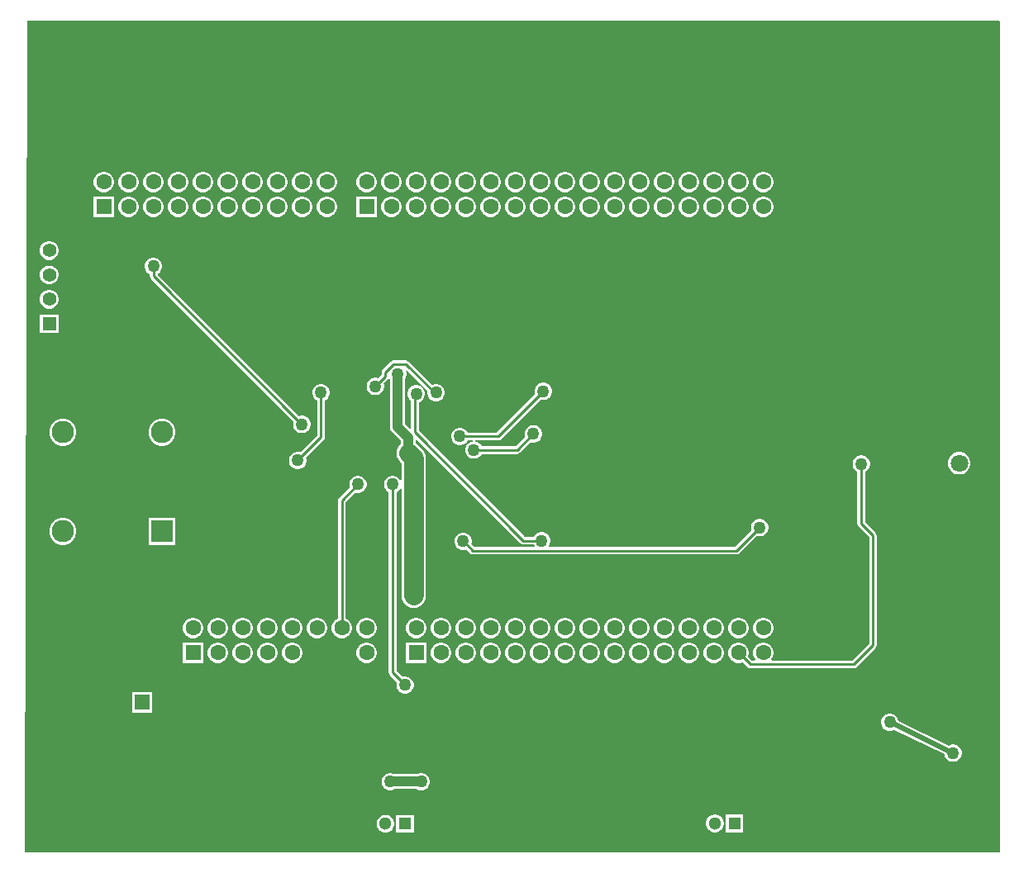
<source format=gbl>
G04*
G04 #@! TF.GenerationSoftware,Altium Limited,Altium Designer,25.1.2 (22)*
G04*
G04 Layer_Physical_Order=2*
G04 Layer_Color=16711680*
%FSLAX25Y25*%
%MOIN*%
G70*
G04*
G04 #@! TF.SameCoordinates,A459EDE3-80A4-426C-A58C-906856A2545A*
G04*
G04*
G04 #@! TF.FilePolarity,Positive*
G04*
G01*
G75*
%ADD14C,0.01000*%
%ADD64C,0.05118*%
%ADD65R,0.05118X0.05118*%
%ADD68C,0.03937*%
%ADD69C,0.01968*%
%ADD70C,0.07087*%
%ADD71R,0.07087X0.07087*%
%ADD72R,0.06299X0.06299*%
%ADD73C,0.06299*%
%ADD74R,0.08976X0.08976*%
%ADD75C,0.08976*%
%ADD76C,0.05512*%
%ADD77R,0.05512X0.05512*%
%ADD78C,0.05000*%
%ADD79C,0.07874*%
G36*
X393500Y335847D02*
Y500D01*
X501D01*
X374Y501D01*
X2Y656D01*
X1000Y336000D01*
X393000D01*
X393038Y336038D01*
X393500Y335847D01*
D02*
G37*
%LPC*%
G36*
X298546Y275150D02*
X297454D01*
X296398Y274867D01*
X295452Y274321D01*
X294679Y273548D01*
X294133Y272602D01*
X293850Y271546D01*
Y270454D01*
X294133Y269398D01*
X294679Y268452D01*
X295452Y267680D01*
X296398Y267133D01*
X297454Y266850D01*
X298546D01*
X299602Y267133D01*
X300548Y267680D01*
X301321Y268452D01*
X301867Y269398D01*
X302150Y270454D01*
Y271546D01*
X301867Y272602D01*
X301321Y273548D01*
X300548Y274321D01*
X299602Y274867D01*
X298546Y275150D01*
D02*
G37*
G36*
X288546D02*
X287454D01*
X286398Y274867D01*
X285452Y274321D01*
X284680Y273548D01*
X284133Y272602D01*
X283850Y271546D01*
Y270454D01*
X284133Y269398D01*
X284680Y268452D01*
X285452Y267680D01*
X286398Y267133D01*
X287454Y266850D01*
X288546D01*
X289602Y267133D01*
X290548Y267680D01*
X291320Y268452D01*
X291867Y269398D01*
X292150Y270454D01*
Y271546D01*
X291867Y272602D01*
X291320Y273548D01*
X290548Y274321D01*
X289602Y274867D01*
X288546Y275150D01*
D02*
G37*
G36*
X278546D02*
X277454D01*
X276398Y274867D01*
X275452Y274321D01*
X274679Y273548D01*
X274133Y272602D01*
X273850Y271546D01*
Y270454D01*
X274133Y269398D01*
X274679Y268452D01*
X275452Y267680D01*
X276398Y267133D01*
X277454Y266850D01*
X278546D01*
X279602Y267133D01*
X280548Y267680D01*
X281321Y268452D01*
X281867Y269398D01*
X282150Y270454D01*
Y271546D01*
X281867Y272602D01*
X281321Y273548D01*
X280548Y274321D01*
X279602Y274867D01*
X278546Y275150D01*
D02*
G37*
G36*
X268546D02*
X267454D01*
X266398Y274867D01*
X265452Y274321D01*
X264680Y273548D01*
X264133Y272602D01*
X263850Y271546D01*
Y270454D01*
X264133Y269398D01*
X264680Y268452D01*
X265452Y267680D01*
X266398Y267133D01*
X267454Y266850D01*
X268546D01*
X269602Y267133D01*
X270548Y267680D01*
X271321Y268452D01*
X271867Y269398D01*
X272150Y270454D01*
Y271546D01*
X271867Y272602D01*
X271321Y273548D01*
X270548Y274321D01*
X269602Y274867D01*
X268546Y275150D01*
D02*
G37*
G36*
X258546D02*
X257454D01*
X256398Y274867D01*
X255452Y274321D01*
X254679Y273548D01*
X254133Y272602D01*
X253850Y271546D01*
Y270454D01*
X254133Y269398D01*
X254679Y268452D01*
X255452Y267680D01*
X256398Y267133D01*
X257454Y266850D01*
X258546D01*
X259602Y267133D01*
X260548Y267680D01*
X261320Y268452D01*
X261867Y269398D01*
X262150Y270454D01*
Y271546D01*
X261867Y272602D01*
X261320Y273548D01*
X260548Y274321D01*
X259602Y274867D01*
X258546Y275150D01*
D02*
G37*
G36*
X248546D02*
X247454D01*
X246398Y274867D01*
X245452Y274321D01*
X244679Y273548D01*
X244133Y272602D01*
X243850Y271546D01*
Y270454D01*
X244133Y269398D01*
X244679Y268452D01*
X245452Y267680D01*
X246398Y267133D01*
X247454Y266850D01*
X248546D01*
X249602Y267133D01*
X250548Y267680D01*
X251321Y268452D01*
X251867Y269398D01*
X252150Y270454D01*
Y271546D01*
X251867Y272602D01*
X251321Y273548D01*
X250548Y274321D01*
X249602Y274867D01*
X248546Y275150D01*
D02*
G37*
G36*
X238546D02*
X237454D01*
X236398Y274867D01*
X235452Y274321D01*
X234680Y273548D01*
X234133Y272602D01*
X233850Y271546D01*
Y270454D01*
X234133Y269398D01*
X234680Y268452D01*
X235452Y267680D01*
X236398Y267133D01*
X237454Y266850D01*
X238546D01*
X239602Y267133D01*
X240548Y267680D01*
X241320Y268452D01*
X241867Y269398D01*
X242150Y270454D01*
Y271546D01*
X241867Y272602D01*
X241320Y273548D01*
X240548Y274321D01*
X239602Y274867D01*
X238546Y275150D01*
D02*
G37*
G36*
X228546D02*
X227454D01*
X226398Y274867D01*
X225452Y274321D01*
X224679Y273548D01*
X224133Y272602D01*
X223850Y271546D01*
Y270454D01*
X224133Y269398D01*
X224679Y268452D01*
X225452Y267680D01*
X226398Y267133D01*
X227454Y266850D01*
X228546D01*
X229602Y267133D01*
X230548Y267680D01*
X231321Y268452D01*
X231867Y269398D01*
X232150Y270454D01*
Y271546D01*
X231867Y272602D01*
X231321Y273548D01*
X230548Y274321D01*
X229602Y274867D01*
X228546Y275150D01*
D02*
G37*
G36*
X218546D02*
X217454D01*
X216398Y274867D01*
X215452Y274321D01*
X214680Y273548D01*
X214133Y272602D01*
X213850Y271546D01*
Y270454D01*
X214133Y269398D01*
X214680Y268452D01*
X215452Y267680D01*
X216398Y267133D01*
X217454Y266850D01*
X218546D01*
X219602Y267133D01*
X220548Y267680D01*
X221321Y268452D01*
X221867Y269398D01*
X222150Y270454D01*
Y271546D01*
X221867Y272602D01*
X221321Y273548D01*
X220548Y274321D01*
X219602Y274867D01*
X218546Y275150D01*
D02*
G37*
G36*
X208546D02*
X207454D01*
X206398Y274867D01*
X205452Y274321D01*
X204679Y273548D01*
X204133Y272602D01*
X203850Y271546D01*
Y270454D01*
X204133Y269398D01*
X204679Y268452D01*
X205452Y267680D01*
X206398Y267133D01*
X207454Y266850D01*
X208546D01*
X209602Y267133D01*
X210548Y267680D01*
X211320Y268452D01*
X211867Y269398D01*
X212150Y270454D01*
Y271546D01*
X211867Y272602D01*
X211320Y273548D01*
X210548Y274321D01*
X209602Y274867D01*
X208546Y275150D01*
D02*
G37*
G36*
X198546D02*
X197454D01*
X196398Y274867D01*
X195452Y274321D01*
X194679Y273548D01*
X194133Y272602D01*
X193850Y271546D01*
Y270454D01*
X194133Y269398D01*
X194679Y268452D01*
X195452Y267680D01*
X196398Y267133D01*
X197454Y266850D01*
X198546D01*
X199602Y267133D01*
X200548Y267680D01*
X201321Y268452D01*
X201867Y269398D01*
X202150Y270454D01*
Y271546D01*
X201867Y272602D01*
X201321Y273548D01*
X200548Y274321D01*
X199602Y274867D01*
X198546Y275150D01*
D02*
G37*
G36*
X188546D02*
X187454D01*
X186398Y274867D01*
X185452Y274321D01*
X184679Y273548D01*
X184133Y272602D01*
X183850Y271546D01*
Y270454D01*
X184133Y269398D01*
X184679Y268452D01*
X185452Y267680D01*
X186398Y267133D01*
X187454Y266850D01*
X188546D01*
X189602Y267133D01*
X190548Y267680D01*
X191321Y268452D01*
X191867Y269398D01*
X192150Y270454D01*
Y271546D01*
X191867Y272602D01*
X191321Y273548D01*
X190548Y274321D01*
X189602Y274867D01*
X188546Y275150D01*
D02*
G37*
G36*
X178546D02*
X177454D01*
X176398Y274867D01*
X175452Y274321D01*
X174680Y273548D01*
X174133Y272602D01*
X173850Y271546D01*
Y270454D01*
X174133Y269398D01*
X174680Y268452D01*
X175452Y267680D01*
X176398Y267133D01*
X177454Y266850D01*
X178546D01*
X179602Y267133D01*
X180548Y267680D01*
X181321Y268452D01*
X181867Y269398D01*
X182150Y270454D01*
Y271546D01*
X181867Y272602D01*
X181321Y273548D01*
X180548Y274321D01*
X179602Y274867D01*
X178546Y275150D01*
D02*
G37*
G36*
X168546D02*
X167454D01*
X166398Y274867D01*
X165452Y274321D01*
X164680Y273548D01*
X164133Y272602D01*
X163850Y271546D01*
Y270454D01*
X164133Y269398D01*
X164680Y268452D01*
X165452Y267680D01*
X166398Y267133D01*
X167454Y266850D01*
X168546D01*
X169602Y267133D01*
X170548Y267680D01*
X171320Y268452D01*
X171867Y269398D01*
X172150Y270454D01*
Y271546D01*
X171867Y272602D01*
X171320Y273548D01*
X170548Y274321D01*
X169602Y274867D01*
X168546Y275150D01*
D02*
G37*
G36*
X158546D02*
X157454D01*
X156398Y274867D01*
X155452Y274321D01*
X154680Y273548D01*
X154133Y272602D01*
X153850Y271546D01*
Y270454D01*
X154133Y269398D01*
X154680Y268452D01*
X155452Y267680D01*
X156398Y267133D01*
X157454Y266850D01*
X158546D01*
X159602Y267133D01*
X160548Y267680D01*
X161320Y268452D01*
X161867Y269398D01*
X162150Y270454D01*
Y271546D01*
X161867Y272602D01*
X161320Y273548D01*
X160548Y274321D01*
X159602Y274867D01*
X158546Y275150D01*
D02*
G37*
G36*
X148546D02*
X147454D01*
X146398Y274867D01*
X145452Y274321D01*
X144679Y273548D01*
X144133Y272602D01*
X143850Y271546D01*
Y270454D01*
X144133Y269398D01*
X144679Y268452D01*
X145452Y267680D01*
X146398Y267133D01*
X147454Y266850D01*
X148546D01*
X149602Y267133D01*
X150548Y267680D01*
X151321Y268452D01*
X151867Y269398D01*
X152150Y270454D01*
Y271546D01*
X151867Y272602D01*
X151321Y273548D01*
X150548Y274321D01*
X149602Y274867D01*
X148546Y275150D01*
D02*
G37*
G36*
X138546D02*
X137454D01*
X136398Y274867D01*
X135452Y274321D01*
X134679Y273548D01*
X134133Y272602D01*
X133850Y271546D01*
Y270454D01*
X134133Y269398D01*
X134679Y268452D01*
X135452Y267680D01*
X136398Y267133D01*
X137454Y266850D01*
X138546D01*
X139602Y267133D01*
X140548Y267680D01*
X141321Y268452D01*
X141867Y269398D01*
X142150Y270454D01*
Y271546D01*
X141867Y272602D01*
X141321Y273548D01*
X140548Y274321D01*
X139602Y274867D01*
X138546Y275150D01*
D02*
G37*
G36*
X122546D02*
X121454D01*
X120398Y274867D01*
X119452Y274321D01*
X118679Y273548D01*
X118133Y272602D01*
X117850Y271546D01*
Y270454D01*
X118133Y269398D01*
X118679Y268452D01*
X119452Y267680D01*
X120398Y267133D01*
X121454Y266850D01*
X122546D01*
X123602Y267133D01*
X124548Y267680D01*
X125320Y268452D01*
X125867Y269398D01*
X126150Y270454D01*
Y271546D01*
X125867Y272602D01*
X125320Y273548D01*
X124548Y274321D01*
X123602Y274867D01*
X122546Y275150D01*
D02*
G37*
G36*
X112546D02*
X111454D01*
X110398Y274867D01*
X109452Y274321D01*
X108679Y273548D01*
X108133Y272602D01*
X107850Y271546D01*
Y270454D01*
X108133Y269398D01*
X108679Y268452D01*
X109452Y267680D01*
X110398Y267133D01*
X111454Y266850D01*
X112546D01*
X113602Y267133D01*
X114548Y267680D01*
X115321Y268452D01*
X115867Y269398D01*
X116150Y270454D01*
Y271546D01*
X115867Y272602D01*
X115321Y273548D01*
X114548Y274321D01*
X113602Y274867D01*
X112546Y275150D01*
D02*
G37*
G36*
X102546D02*
X101454D01*
X100398Y274867D01*
X99452Y274321D01*
X98680Y273548D01*
X98133Y272602D01*
X97850Y271546D01*
Y270454D01*
X98133Y269398D01*
X98680Y268452D01*
X99452Y267680D01*
X100398Y267133D01*
X101454Y266850D01*
X102546D01*
X103602Y267133D01*
X104548Y267680D01*
X105321Y268452D01*
X105867Y269398D01*
X106150Y270454D01*
Y271546D01*
X105867Y272602D01*
X105321Y273548D01*
X104548Y274321D01*
X103602Y274867D01*
X102546Y275150D01*
D02*
G37*
G36*
X92546D02*
X91454D01*
X90398Y274867D01*
X89452Y274321D01*
X88679Y273548D01*
X88133Y272602D01*
X87850Y271546D01*
Y270454D01*
X88133Y269398D01*
X88679Y268452D01*
X89452Y267680D01*
X90398Y267133D01*
X91454Y266850D01*
X92546D01*
X93602Y267133D01*
X94548Y267680D01*
X95320Y268452D01*
X95867Y269398D01*
X96150Y270454D01*
Y271546D01*
X95867Y272602D01*
X95320Y273548D01*
X94548Y274321D01*
X93602Y274867D01*
X92546Y275150D01*
D02*
G37*
G36*
X82546D02*
X81454D01*
X80398Y274867D01*
X79452Y274321D01*
X78680Y273548D01*
X78133Y272602D01*
X77850Y271546D01*
Y270454D01*
X78133Y269398D01*
X78680Y268452D01*
X79452Y267680D01*
X80398Y267133D01*
X81454Y266850D01*
X82546D01*
X83602Y267133D01*
X84548Y267680D01*
X85321Y268452D01*
X85867Y269398D01*
X86150Y270454D01*
Y271546D01*
X85867Y272602D01*
X85321Y273548D01*
X84548Y274321D01*
X83602Y274867D01*
X82546Y275150D01*
D02*
G37*
G36*
X72546D02*
X71454D01*
X70398Y274867D01*
X69452Y274321D01*
X68679Y273548D01*
X68133Y272602D01*
X67850Y271546D01*
Y270454D01*
X68133Y269398D01*
X68679Y268452D01*
X69452Y267680D01*
X70398Y267133D01*
X71454Y266850D01*
X72546D01*
X73602Y267133D01*
X74548Y267680D01*
X75321Y268452D01*
X75867Y269398D01*
X76150Y270454D01*
Y271546D01*
X75867Y272602D01*
X75321Y273548D01*
X74548Y274321D01*
X73602Y274867D01*
X72546Y275150D01*
D02*
G37*
G36*
X62546D02*
X61454D01*
X60398Y274867D01*
X59452Y274321D01*
X58679Y273548D01*
X58133Y272602D01*
X57850Y271546D01*
Y270454D01*
X58133Y269398D01*
X58679Y268452D01*
X59452Y267680D01*
X60398Y267133D01*
X61454Y266850D01*
X62546D01*
X63602Y267133D01*
X64548Y267680D01*
X65320Y268452D01*
X65867Y269398D01*
X66150Y270454D01*
Y271546D01*
X65867Y272602D01*
X65320Y273548D01*
X64548Y274321D01*
X63602Y274867D01*
X62546Y275150D01*
D02*
G37*
G36*
X52546D02*
X51454D01*
X50398Y274867D01*
X49452Y274321D01*
X48680Y273548D01*
X48133Y272602D01*
X47850Y271546D01*
Y270454D01*
X48133Y269398D01*
X48680Y268452D01*
X49452Y267680D01*
X50398Y267133D01*
X51454Y266850D01*
X52546D01*
X53602Y267133D01*
X54548Y267680D01*
X55321Y268452D01*
X55867Y269398D01*
X56150Y270454D01*
Y271546D01*
X55867Y272602D01*
X55321Y273548D01*
X54548Y274321D01*
X53602Y274867D01*
X52546Y275150D01*
D02*
G37*
G36*
X42546D02*
X41454D01*
X40398Y274867D01*
X39452Y274321D01*
X38680Y273548D01*
X38133Y272602D01*
X37850Y271546D01*
Y270454D01*
X38133Y269398D01*
X38680Y268452D01*
X39452Y267680D01*
X40398Y267133D01*
X41454Y266850D01*
X42546D01*
X43602Y267133D01*
X44548Y267680D01*
X45320Y268452D01*
X45867Y269398D01*
X46150Y270454D01*
Y271546D01*
X45867Y272602D01*
X45320Y273548D01*
X44548Y274321D01*
X43602Y274867D01*
X42546Y275150D01*
D02*
G37*
G36*
X32546D02*
X31454D01*
X30398Y274867D01*
X29452Y274321D01*
X28679Y273548D01*
X28133Y272602D01*
X27850Y271546D01*
Y270454D01*
X28133Y269398D01*
X28679Y268452D01*
X29452Y267680D01*
X30398Y267133D01*
X31454Y266850D01*
X32546D01*
X33602Y267133D01*
X34548Y267680D01*
X35320Y268452D01*
X35867Y269398D01*
X36150Y270454D01*
Y271546D01*
X35867Y272602D01*
X35320Y273548D01*
X34548Y274321D01*
X33602Y274867D01*
X32546Y275150D01*
D02*
G37*
G36*
X298546Y265150D02*
X297454D01*
X296398Y264867D01*
X295452Y264320D01*
X294679Y263548D01*
X294133Y262602D01*
X293850Y261546D01*
Y260454D01*
X294133Y259398D01*
X294679Y258452D01*
X295452Y257680D01*
X296398Y257133D01*
X297454Y256850D01*
X298546D01*
X299602Y257133D01*
X300548Y257680D01*
X301321Y258452D01*
X301867Y259398D01*
X302150Y260454D01*
Y261546D01*
X301867Y262602D01*
X301321Y263548D01*
X300548Y264320D01*
X299602Y264867D01*
X298546Y265150D01*
D02*
G37*
G36*
X288546D02*
X287454D01*
X286398Y264867D01*
X285452Y264320D01*
X284680Y263548D01*
X284133Y262602D01*
X283850Y261546D01*
Y260454D01*
X284133Y259398D01*
X284680Y258452D01*
X285452Y257680D01*
X286398Y257133D01*
X287454Y256850D01*
X288546D01*
X289602Y257133D01*
X290548Y257680D01*
X291320Y258452D01*
X291867Y259398D01*
X292150Y260454D01*
Y261546D01*
X291867Y262602D01*
X291320Y263548D01*
X290548Y264320D01*
X289602Y264867D01*
X288546Y265150D01*
D02*
G37*
G36*
X278546D02*
X277454D01*
X276398Y264867D01*
X275452Y264320D01*
X274679Y263548D01*
X274133Y262602D01*
X273850Y261546D01*
Y260454D01*
X274133Y259398D01*
X274679Y258452D01*
X275452Y257680D01*
X276398Y257133D01*
X277454Y256850D01*
X278546D01*
X279602Y257133D01*
X280548Y257680D01*
X281321Y258452D01*
X281867Y259398D01*
X282150Y260454D01*
Y261546D01*
X281867Y262602D01*
X281321Y263548D01*
X280548Y264320D01*
X279602Y264867D01*
X278546Y265150D01*
D02*
G37*
G36*
X268546D02*
X267454D01*
X266398Y264867D01*
X265452Y264320D01*
X264680Y263548D01*
X264133Y262602D01*
X263850Y261546D01*
Y260454D01*
X264133Y259398D01*
X264680Y258452D01*
X265452Y257680D01*
X266398Y257133D01*
X267454Y256850D01*
X268546D01*
X269602Y257133D01*
X270548Y257680D01*
X271321Y258452D01*
X271867Y259398D01*
X272150Y260454D01*
Y261546D01*
X271867Y262602D01*
X271321Y263548D01*
X270548Y264320D01*
X269602Y264867D01*
X268546Y265150D01*
D02*
G37*
G36*
X258546D02*
X257454D01*
X256398Y264867D01*
X255452Y264320D01*
X254679Y263548D01*
X254133Y262602D01*
X253850Y261546D01*
Y260454D01*
X254133Y259398D01*
X254679Y258452D01*
X255452Y257680D01*
X256398Y257133D01*
X257454Y256850D01*
X258546D01*
X259602Y257133D01*
X260548Y257680D01*
X261320Y258452D01*
X261867Y259398D01*
X262150Y260454D01*
Y261546D01*
X261867Y262602D01*
X261320Y263548D01*
X260548Y264320D01*
X259602Y264867D01*
X258546Y265150D01*
D02*
G37*
G36*
X248546D02*
X247454D01*
X246398Y264867D01*
X245452Y264320D01*
X244679Y263548D01*
X244133Y262602D01*
X243850Y261546D01*
Y260454D01*
X244133Y259398D01*
X244679Y258452D01*
X245452Y257680D01*
X246398Y257133D01*
X247454Y256850D01*
X248546D01*
X249602Y257133D01*
X250548Y257680D01*
X251321Y258452D01*
X251867Y259398D01*
X252150Y260454D01*
Y261546D01*
X251867Y262602D01*
X251321Y263548D01*
X250548Y264320D01*
X249602Y264867D01*
X248546Y265150D01*
D02*
G37*
G36*
X238546D02*
X237454D01*
X236398Y264867D01*
X235452Y264320D01*
X234680Y263548D01*
X234133Y262602D01*
X233850Y261546D01*
Y260454D01*
X234133Y259398D01*
X234680Y258452D01*
X235452Y257680D01*
X236398Y257133D01*
X237454Y256850D01*
X238546D01*
X239602Y257133D01*
X240548Y257680D01*
X241320Y258452D01*
X241867Y259398D01*
X242150Y260454D01*
Y261546D01*
X241867Y262602D01*
X241320Y263548D01*
X240548Y264320D01*
X239602Y264867D01*
X238546Y265150D01*
D02*
G37*
G36*
X228546D02*
X227454D01*
X226398Y264867D01*
X225452Y264320D01*
X224679Y263548D01*
X224133Y262602D01*
X223850Y261546D01*
Y260454D01*
X224133Y259398D01*
X224679Y258452D01*
X225452Y257680D01*
X226398Y257133D01*
X227454Y256850D01*
X228546D01*
X229602Y257133D01*
X230548Y257680D01*
X231321Y258452D01*
X231867Y259398D01*
X232150Y260454D01*
Y261546D01*
X231867Y262602D01*
X231321Y263548D01*
X230548Y264320D01*
X229602Y264867D01*
X228546Y265150D01*
D02*
G37*
G36*
X218546D02*
X217454D01*
X216398Y264867D01*
X215452Y264320D01*
X214680Y263548D01*
X214133Y262602D01*
X213850Y261546D01*
Y260454D01*
X214133Y259398D01*
X214680Y258452D01*
X215452Y257680D01*
X216398Y257133D01*
X217454Y256850D01*
X218546D01*
X219602Y257133D01*
X220548Y257680D01*
X221321Y258452D01*
X221867Y259398D01*
X222150Y260454D01*
Y261546D01*
X221867Y262602D01*
X221321Y263548D01*
X220548Y264320D01*
X219602Y264867D01*
X218546Y265150D01*
D02*
G37*
G36*
X208546D02*
X207454D01*
X206398Y264867D01*
X205452Y264320D01*
X204679Y263548D01*
X204133Y262602D01*
X203850Y261546D01*
Y260454D01*
X204133Y259398D01*
X204679Y258452D01*
X205452Y257680D01*
X206398Y257133D01*
X207454Y256850D01*
X208546D01*
X209602Y257133D01*
X210548Y257680D01*
X211320Y258452D01*
X211867Y259398D01*
X212150Y260454D01*
Y261546D01*
X211867Y262602D01*
X211320Y263548D01*
X210548Y264320D01*
X209602Y264867D01*
X208546Y265150D01*
D02*
G37*
G36*
X198546D02*
X197454D01*
X196398Y264867D01*
X195452Y264320D01*
X194679Y263548D01*
X194133Y262602D01*
X193850Y261546D01*
Y260454D01*
X194133Y259398D01*
X194679Y258452D01*
X195452Y257680D01*
X196398Y257133D01*
X197454Y256850D01*
X198546D01*
X199602Y257133D01*
X200548Y257680D01*
X201321Y258452D01*
X201867Y259398D01*
X202150Y260454D01*
Y261546D01*
X201867Y262602D01*
X201321Y263548D01*
X200548Y264320D01*
X199602Y264867D01*
X198546Y265150D01*
D02*
G37*
G36*
X188546D02*
X187454D01*
X186398Y264867D01*
X185452Y264320D01*
X184679Y263548D01*
X184133Y262602D01*
X183850Y261546D01*
Y260454D01*
X184133Y259398D01*
X184679Y258452D01*
X185452Y257680D01*
X186398Y257133D01*
X187454Y256850D01*
X188546D01*
X189602Y257133D01*
X190548Y257680D01*
X191321Y258452D01*
X191867Y259398D01*
X192150Y260454D01*
Y261546D01*
X191867Y262602D01*
X191321Y263548D01*
X190548Y264320D01*
X189602Y264867D01*
X188546Y265150D01*
D02*
G37*
G36*
X178546D02*
X177454D01*
X176398Y264867D01*
X175452Y264320D01*
X174680Y263548D01*
X174133Y262602D01*
X173850Y261546D01*
Y260454D01*
X174133Y259398D01*
X174680Y258452D01*
X175452Y257680D01*
X176398Y257133D01*
X177454Y256850D01*
X178546D01*
X179602Y257133D01*
X180548Y257680D01*
X181321Y258452D01*
X181867Y259398D01*
X182150Y260454D01*
Y261546D01*
X181867Y262602D01*
X181321Y263548D01*
X180548Y264320D01*
X179602Y264867D01*
X178546Y265150D01*
D02*
G37*
G36*
X168546D02*
X167454D01*
X166398Y264867D01*
X165452Y264320D01*
X164680Y263548D01*
X164133Y262602D01*
X163850Y261546D01*
Y260454D01*
X164133Y259398D01*
X164680Y258452D01*
X165452Y257680D01*
X166398Y257133D01*
X167454Y256850D01*
X168546D01*
X169602Y257133D01*
X170548Y257680D01*
X171320Y258452D01*
X171867Y259398D01*
X172150Y260454D01*
Y261546D01*
X171867Y262602D01*
X171320Y263548D01*
X170548Y264320D01*
X169602Y264867D01*
X168546Y265150D01*
D02*
G37*
G36*
X158546D02*
X157454D01*
X156398Y264867D01*
X155452Y264320D01*
X154680Y263548D01*
X154133Y262602D01*
X153850Y261546D01*
Y260454D01*
X154133Y259398D01*
X154680Y258452D01*
X155452Y257680D01*
X156398Y257133D01*
X157454Y256850D01*
X158546D01*
X159602Y257133D01*
X160548Y257680D01*
X161320Y258452D01*
X161867Y259398D01*
X162150Y260454D01*
Y261546D01*
X161867Y262602D01*
X161320Y263548D01*
X160548Y264320D01*
X159602Y264867D01*
X158546Y265150D01*
D02*
G37*
G36*
X148546D02*
X147454D01*
X146398Y264867D01*
X145452Y264320D01*
X144679Y263548D01*
X144133Y262602D01*
X143850Y261546D01*
Y260454D01*
X144133Y259398D01*
X144679Y258452D01*
X145452Y257680D01*
X146398Y257133D01*
X147454Y256850D01*
X148546D01*
X149602Y257133D01*
X150548Y257680D01*
X151321Y258452D01*
X151867Y259398D01*
X152150Y260454D01*
Y261546D01*
X151867Y262602D01*
X151321Y263548D01*
X150548Y264320D01*
X149602Y264867D01*
X148546Y265150D01*
D02*
G37*
G36*
X142150D02*
X133850D01*
Y256850D01*
X142150D01*
Y265150D01*
D02*
G37*
G36*
X122546D02*
X121454D01*
X120398Y264867D01*
X119452Y264320D01*
X118679Y263548D01*
X118133Y262602D01*
X117850Y261546D01*
Y260454D01*
X118133Y259398D01*
X118679Y258452D01*
X119452Y257680D01*
X120398Y257133D01*
X121454Y256850D01*
X122546D01*
X123602Y257133D01*
X124548Y257680D01*
X125320Y258452D01*
X125867Y259398D01*
X126150Y260454D01*
Y261546D01*
X125867Y262602D01*
X125320Y263548D01*
X124548Y264320D01*
X123602Y264867D01*
X122546Y265150D01*
D02*
G37*
G36*
X112546D02*
X111454D01*
X110398Y264867D01*
X109452Y264320D01*
X108679Y263548D01*
X108133Y262602D01*
X107850Y261546D01*
Y260454D01*
X108133Y259398D01*
X108679Y258452D01*
X109452Y257680D01*
X110398Y257133D01*
X111454Y256850D01*
X112546D01*
X113602Y257133D01*
X114548Y257680D01*
X115321Y258452D01*
X115867Y259398D01*
X116150Y260454D01*
Y261546D01*
X115867Y262602D01*
X115321Y263548D01*
X114548Y264320D01*
X113602Y264867D01*
X112546Y265150D01*
D02*
G37*
G36*
X102546D02*
X101454D01*
X100398Y264867D01*
X99452Y264320D01*
X98680Y263548D01*
X98133Y262602D01*
X97850Y261546D01*
Y260454D01*
X98133Y259398D01*
X98680Y258452D01*
X99452Y257680D01*
X100398Y257133D01*
X101454Y256850D01*
X102546D01*
X103602Y257133D01*
X104548Y257680D01*
X105321Y258452D01*
X105867Y259398D01*
X106150Y260454D01*
Y261546D01*
X105867Y262602D01*
X105321Y263548D01*
X104548Y264320D01*
X103602Y264867D01*
X102546Y265150D01*
D02*
G37*
G36*
X92546D02*
X91454D01*
X90398Y264867D01*
X89452Y264320D01*
X88679Y263548D01*
X88133Y262602D01*
X87850Y261546D01*
Y260454D01*
X88133Y259398D01*
X88679Y258452D01*
X89452Y257680D01*
X90398Y257133D01*
X91454Y256850D01*
X92546D01*
X93602Y257133D01*
X94548Y257680D01*
X95320Y258452D01*
X95867Y259398D01*
X96150Y260454D01*
Y261546D01*
X95867Y262602D01*
X95320Y263548D01*
X94548Y264320D01*
X93602Y264867D01*
X92546Y265150D01*
D02*
G37*
G36*
X82546D02*
X81454D01*
X80398Y264867D01*
X79452Y264320D01*
X78680Y263548D01*
X78133Y262602D01*
X77850Y261546D01*
Y260454D01*
X78133Y259398D01*
X78680Y258452D01*
X79452Y257680D01*
X80398Y257133D01*
X81454Y256850D01*
X82546D01*
X83602Y257133D01*
X84548Y257680D01*
X85321Y258452D01*
X85867Y259398D01*
X86150Y260454D01*
Y261546D01*
X85867Y262602D01*
X85321Y263548D01*
X84548Y264320D01*
X83602Y264867D01*
X82546Y265150D01*
D02*
G37*
G36*
X72546D02*
X71454D01*
X70398Y264867D01*
X69452Y264320D01*
X68679Y263548D01*
X68133Y262602D01*
X67850Y261546D01*
Y260454D01*
X68133Y259398D01*
X68679Y258452D01*
X69452Y257680D01*
X70398Y257133D01*
X71454Y256850D01*
X72546D01*
X73602Y257133D01*
X74548Y257680D01*
X75321Y258452D01*
X75867Y259398D01*
X76150Y260454D01*
Y261546D01*
X75867Y262602D01*
X75321Y263548D01*
X74548Y264320D01*
X73602Y264867D01*
X72546Y265150D01*
D02*
G37*
G36*
X62546D02*
X61454D01*
X60398Y264867D01*
X59452Y264320D01*
X58679Y263548D01*
X58133Y262602D01*
X57850Y261546D01*
Y260454D01*
X58133Y259398D01*
X58679Y258452D01*
X59452Y257680D01*
X60398Y257133D01*
X61454Y256850D01*
X62546D01*
X63602Y257133D01*
X64548Y257680D01*
X65320Y258452D01*
X65867Y259398D01*
X66150Y260454D01*
Y261546D01*
X65867Y262602D01*
X65320Y263548D01*
X64548Y264320D01*
X63602Y264867D01*
X62546Y265150D01*
D02*
G37*
G36*
X52546D02*
X51454D01*
X50398Y264867D01*
X49452Y264320D01*
X48680Y263548D01*
X48133Y262602D01*
X47850Y261546D01*
Y260454D01*
X48133Y259398D01*
X48680Y258452D01*
X49452Y257680D01*
X50398Y257133D01*
X51454Y256850D01*
X52546D01*
X53602Y257133D01*
X54548Y257680D01*
X55321Y258452D01*
X55867Y259398D01*
X56150Y260454D01*
Y261546D01*
X55867Y262602D01*
X55321Y263548D01*
X54548Y264320D01*
X53602Y264867D01*
X52546Y265150D01*
D02*
G37*
G36*
X42546D02*
X41454D01*
X40398Y264867D01*
X39452Y264320D01*
X38680Y263548D01*
X38133Y262602D01*
X37850Y261546D01*
Y260454D01*
X38133Y259398D01*
X38680Y258452D01*
X39452Y257680D01*
X40398Y257133D01*
X41454Y256850D01*
X42546D01*
X43602Y257133D01*
X44548Y257680D01*
X45320Y258452D01*
X45867Y259398D01*
X46150Y260454D01*
Y261546D01*
X45867Y262602D01*
X45320Y263548D01*
X44548Y264320D01*
X43602Y264867D01*
X42546Y265150D01*
D02*
G37*
G36*
X36150D02*
X27850D01*
Y256850D01*
X36150D01*
Y265150D01*
D02*
G37*
G36*
X10494Y247098D02*
X9505D01*
X8550Y246843D01*
X7694Y246348D01*
X6995Y245649D01*
X6500Y244792D01*
X6244Y243837D01*
Y242848D01*
X6500Y241893D01*
X6995Y241036D01*
X7694Y240337D01*
X8550Y239843D01*
X9505Y239587D01*
X10494D01*
X11450Y239843D01*
X12306Y240337D01*
X13005Y241036D01*
X13500Y241893D01*
X13756Y242848D01*
Y243837D01*
X13500Y244792D01*
X13005Y245649D01*
X12306Y246348D01*
X11450Y246843D01*
X10494Y247098D01*
D02*
G37*
G36*
Y237256D02*
X9505D01*
X8550Y237000D01*
X7694Y236506D01*
X6995Y235806D01*
X6500Y234950D01*
X6244Y233995D01*
Y233005D01*
X6500Y232050D01*
X6995Y231194D01*
X7694Y230494D01*
X8550Y230000D01*
X9505Y229744D01*
X10494D01*
X11450Y230000D01*
X12306Y230494D01*
X13005Y231194D01*
X13500Y232050D01*
X13756Y233005D01*
Y233995D01*
X13500Y234950D01*
X13005Y235806D01*
X12306Y236506D01*
X11450Y237000D01*
X10494Y237256D01*
D02*
G37*
G36*
Y227413D02*
X9505D01*
X8550Y227157D01*
X7694Y226663D01*
X6995Y225964D01*
X6500Y225107D01*
X6244Y224152D01*
Y223163D01*
X6500Y222208D01*
X6995Y221351D01*
X7694Y220652D01*
X8550Y220158D01*
X9505Y219901D01*
X10494D01*
X11450Y220158D01*
X12306Y220652D01*
X13005Y221351D01*
X13500Y222208D01*
X13756Y223163D01*
Y224152D01*
X13500Y225107D01*
X13005Y225964D01*
X12306Y226663D01*
X11450Y227157D01*
X10494Y227413D01*
D02*
G37*
G36*
X13756Y217571D02*
X6244D01*
Y210059D01*
X13756D01*
Y217571D01*
D02*
G37*
G36*
X209761Y190000D02*
X208839D01*
X207949Y189761D01*
X207151Y189301D01*
X206499Y188649D01*
X206038Y187851D01*
X205800Y186961D01*
Y186039D01*
X205985Y185348D01*
X190466Y169829D01*
X178759D01*
X178401Y170449D01*
X177749Y171101D01*
X176951Y171562D01*
X176061Y171800D01*
X175139D01*
X174249Y171562D01*
X173451Y171101D01*
X172799Y170449D01*
X172338Y169651D01*
X172100Y168761D01*
Y167839D01*
X172338Y166949D01*
X172799Y166151D01*
X173451Y165499D01*
X174249Y165039D01*
X175139Y164800D01*
X176061D01*
X176951Y165039D01*
X177749Y165499D01*
X178401Y166151D01*
X178759Y166771D01*
X180664D01*
X180729Y166271D01*
X179949Y166061D01*
X179151Y165601D01*
X178499Y164949D01*
X178039Y164151D01*
X177800Y163261D01*
Y162339D01*
X178039Y161449D01*
X178499Y160651D01*
X179151Y159999D01*
X179949Y159538D01*
X180839Y159300D01*
X181761D01*
X182651Y159538D01*
X183449Y159999D01*
X184101Y160651D01*
X184458Y161271D01*
X198700D01*
X199285Y161387D01*
X199781Y161719D01*
X204148Y166085D01*
X204839Y165900D01*
X205761D01*
X206651Y166139D01*
X207449Y166599D01*
X208101Y167251D01*
X208561Y168049D01*
X208800Y168939D01*
Y169861D01*
X208561Y170751D01*
X208101Y171549D01*
X207449Y172201D01*
X206651Y172661D01*
X205761Y172900D01*
X204839D01*
X203949Y172661D01*
X203151Y172201D01*
X202499Y171549D01*
X202039Y170751D01*
X201800Y169861D01*
Y168939D01*
X201985Y168248D01*
X198066Y164329D01*
X184458D01*
X184101Y164949D01*
X183449Y165601D01*
X182651Y166061D01*
X181870Y166271D01*
X181936Y166771D01*
X191100D01*
X191685Y166887D01*
X192181Y167219D01*
X208148Y183185D01*
X208839Y183000D01*
X209761D01*
X210651Y183238D01*
X211449Y183699D01*
X212101Y184351D01*
X212561Y185149D01*
X212800Y186039D01*
Y186961D01*
X212561Y187851D01*
X212101Y188649D01*
X211449Y189301D01*
X210651Y189761D01*
X209761Y190000D01*
D02*
G37*
G36*
X153843Y199029D02*
X148843D01*
X148258Y198913D01*
X147762Y198581D01*
X144473Y195293D01*
X144141Y194796D01*
X144025Y194211D01*
Y193188D01*
X142652Y191815D01*
X141961Y192000D01*
X141039D01*
X140149Y191762D01*
X139351Y191301D01*
X138699Y190649D01*
X138239Y189851D01*
X138000Y188961D01*
Y188039D01*
X138239Y187149D01*
X138699Y186351D01*
X139351Y185699D01*
X140149Y185239D01*
X141039Y185000D01*
X141961D01*
X142851Y185239D01*
X143649Y185699D01*
X144301Y186351D01*
X144762Y187149D01*
X145000Y188039D01*
Y188961D01*
X144815Y189652D01*
X146636Y191473D01*
X146681Y191540D01*
X147289Y191603D01*
X147506Y191395D01*
Y172095D01*
X147608Y171320D01*
X147907Y170598D01*
X148383Y169978D01*
X151803Y166558D01*
Y165269D01*
X151479Y165021D01*
X150688Y163990D01*
X150190Y162789D01*
X150020Y161500D01*
X150190Y160211D01*
X150688Y159010D01*
X151479Y157979D01*
X152020Y157437D01*
Y150902D01*
X151520Y150768D01*
X151301Y151149D01*
X150649Y151801D01*
X149851Y152261D01*
X148961Y152500D01*
X148039D01*
X147149Y152261D01*
X146351Y151801D01*
X145699Y151149D01*
X145238Y150351D01*
X145000Y149461D01*
Y148539D01*
X145238Y147649D01*
X145699Y146851D01*
X146351Y146199D01*
X146971Y145842D01*
Y73000D01*
X147087Y72415D01*
X147419Y71919D01*
X150185Y69152D01*
X150000Y68461D01*
Y67539D01*
X150239Y66649D01*
X150699Y65851D01*
X151351Y65199D01*
X152149Y64739D01*
X153039Y64500D01*
X153961D01*
X154851Y64739D01*
X155649Y65199D01*
X156301Y65851D01*
X156762Y66649D01*
X157000Y67539D01*
Y68461D01*
X156762Y69351D01*
X156301Y70149D01*
X155649Y70801D01*
X154851Y71262D01*
X153961Y71500D01*
X153039D01*
X152348Y71315D01*
X150029Y73633D01*
Y145842D01*
X150649Y146199D01*
X151301Y146851D01*
X151520Y147231D01*
X152020Y147098D01*
Y104000D01*
X152190Y102711D01*
X152688Y101510D01*
X153479Y100479D01*
X154510Y99687D01*
X155711Y99190D01*
X157000Y99020D01*
X158289Y99190D01*
X159490Y99687D01*
X160521Y100479D01*
X161312Y101510D01*
X161810Y102711D01*
X161980Y104000D01*
Y159500D01*
X161980Y159500D01*
X161810Y160789D01*
X161312Y161990D01*
X160521Y163021D01*
X160521Y163021D01*
X158521Y165021D01*
X157791Y165582D01*
Y166893D01*
X158253Y167084D01*
X200219Y125119D01*
X200715Y124787D01*
X201300Y124671D01*
X205441D01*
X205696Y124229D01*
X205459Y123729D01*
X181476D01*
X180279Y124927D01*
X180443Y125539D01*
Y126461D01*
X180204Y127351D01*
X179744Y128149D01*
X179092Y128801D01*
X178294Y129262D01*
X177404Y129500D01*
X176482D01*
X175592Y129262D01*
X174794Y128801D01*
X174142Y128149D01*
X173681Y127351D01*
X173443Y126461D01*
Y125539D01*
X173681Y124649D01*
X174142Y123851D01*
X174794Y123199D01*
X175592Y122739D01*
X176482Y122500D01*
X177404D01*
X178174Y122706D01*
X179762Y121119D01*
X180258Y120787D01*
X180843Y120671D01*
X287200D01*
X287785Y120787D01*
X288281Y121119D01*
X295348Y128185D01*
X296039Y128000D01*
X296961D01*
X297851Y128238D01*
X298649Y128699D01*
X299301Y129351D01*
X299762Y130149D01*
X300000Y131039D01*
Y131961D01*
X299762Y132851D01*
X299301Y133649D01*
X298649Y134301D01*
X297851Y134762D01*
X296961Y135000D01*
X296039D01*
X295149Y134762D01*
X294351Y134301D01*
X293699Y133649D01*
X293238Y132851D01*
X293000Y131961D01*
Y131039D01*
X293185Y130348D01*
X286566Y123729D01*
X211740D01*
X211504Y124229D01*
X211861Y124849D01*
X212100Y125739D01*
Y126661D01*
X211861Y127551D01*
X211401Y128349D01*
X210749Y129001D01*
X209951Y129462D01*
X209061Y129700D01*
X208139D01*
X207249Y129462D01*
X206451Y129001D01*
X205799Y128349D01*
X205441Y127729D01*
X201934D01*
X159029Y170633D01*
Y182152D01*
X159351Y182238D01*
X160149Y182699D01*
X160801Y183351D01*
X161261Y184149D01*
X161500Y185039D01*
Y185961D01*
X161261Y186851D01*
X160801Y187649D01*
X160149Y188301D01*
X159351Y188761D01*
X158461Y189000D01*
X157539D01*
X156649Y188761D01*
X155851Y188301D01*
X155199Y187649D01*
X154738Y186851D01*
X154500Y185961D01*
Y185039D01*
X154738Y184149D01*
X155199Y183351D01*
X155851Y182699D01*
X155971Y182630D01*
Y171512D01*
X155509Y171320D01*
X153494Y173335D01*
Y191686D01*
X153761Y192149D01*
X154000Y193039D01*
Y193961D01*
X153813Y194661D01*
X154261Y194920D01*
X162546Y186634D01*
X162500Y186461D01*
Y185539D01*
X162739Y184649D01*
X163199Y183851D01*
X163851Y183199D01*
X164649Y182738D01*
X165539Y182500D01*
X166461D01*
X167351Y182738D01*
X168149Y183199D01*
X168801Y183851D01*
X169262Y184649D01*
X169500Y185539D01*
Y186461D01*
X169262Y187351D01*
X168801Y188149D01*
X168149Y188801D01*
X167351Y189261D01*
X166461Y189500D01*
X165539D01*
X164649Y189261D01*
X164393Y189113D01*
X154925Y198581D01*
X154428Y198913D01*
X153843Y199029D01*
D02*
G37*
G36*
X52461Y240500D02*
X51539D01*
X50649Y240262D01*
X49851Y239801D01*
X49199Y239149D01*
X48739Y238351D01*
X48500Y237461D01*
Y236539D01*
X48739Y235649D01*
X49199Y234851D01*
X49851Y234199D01*
X50571Y233784D01*
Y233000D01*
X50687Y232415D01*
X51019Y231919D01*
X108585Y174352D01*
X108400Y173661D01*
Y172739D01*
X108639Y171849D01*
X109099Y171051D01*
X109751Y170399D01*
X110549Y169939D01*
X111439Y169700D01*
X112361D01*
X113251Y169939D01*
X114049Y170399D01*
X114701Y171051D01*
X115162Y171849D01*
X115400Y172739D01*
Y173661D01*
X115162Y174551D01*
X114701Y175349D01*
X114049Y176001D01*
X113251Y176462D01*
X112361Y176700D01*
X111439D01*
X110748Y176515D01*
X53806Y233457D01*
X53866Y234036D01*
X54149Y234199D01*
X54801Y234851D01*
X55261Y235649D01*
X55500Y236539D01*
Y237461D01*
X55261Y238351D01*
X54801Y239149D01*
X54149Y239801D01*
X53351Y240262D01*
X52461Y240500D01*
D02*
G37*
G36*
X56222Y175488D02*
X54777D01*
X53382Y175114D01*
X52130Y174392D01*
X51108Y173370D01*
X50386Y172118D01*
X50012Y170722D01*
Y169278D01*
X50386Y167882D01*
X51108Y166630D01*
X52130Y165608D01*
X53382Y164886D01*
X54777Y164512D01*
X56222D01*
X57618Y164886D01*
X58870Y165608D01*
X59892Y166630D01*
X60614Y167882D01*
X60988Y169278D01*
Y170722D01*
X60614Y172118D01*
X59892Y173370D01*
X58870Y174392D01*
X57618Y175114D01*
X56222Y175488D01*
D02*
G37*
G36*
X16222D02*
X14777D01*
X13382Y175114D01*
X12130Y174392D01*
X11108Y173370D01*
X10386Y172118D01*
X10012Y170722D01*
Y169278D01*
X10386Y167882D01*
X11108Y166630D01*
X12130Y165608D01*
X13382Y164886D01*
X14777Y164512D01*
X16222D01*
X17618Y164886D01*
X18870Y165608D01*
X19892Y166630D01*
X20614Y167882D01*
X20988Y169278D01*
Y170722D01*
X20614Y172118D01*
X19892Y173370D01*
X18870Y174392D01*
X17618Y175114D01*
X16222Y175488D01*
D02*
G37*
G36*
X120061Y189500D02*
X119139D01*
X118249Y189261D01*
X117451Y188801D01*
X116799Y188149D01*
X116339Y187351D01*
X116100Y186461D01*
Y185539D01*
X116339Y184649D01*
X116799Y183851D01*
X117451Y183199D01*
X118071Y182842D01*
Y168633D01*
X111374Y161937D01*
X110683Y162123D01*
X109762D01*
X108872Y161884D01*
X108074Y161423D01*
X107422Y160772D01*
X106961Y159974D01*
X106723Y159083D01*
Y158162D01*
X106961Y157272D01*
X107422Y156474D01*
X108074Y155822D01*
X108872Y155361D01*
X109762Y155123D01*
X110683D01*
X111574Y155361D01*
X112372Y155822D01*
X113023Y156474D01*
X113484Y157272D01*
X113723Y158162D01*
Y159083D01*
X113537Y159774D01*
X120681Y166919D01*
X121013Y167415D01*
X121129Y168000D01*
Y182842D01*
X121749Y183199D01*
X122401Y183851D01*
X122862Y184649D01*
X123100Y185539D01*
Y186461D01*
X122862Y187351D01*
X122401Y188149D01*
X121749Y188801D01*
X120951Y189261D01*
X120061Y189500D01*
D02*
G37*
G36*
X377598Y162043D02*
X376402D01*
X375246Y161734D01*
X374210Y161135D01*
X373364Y160290D01*
X372766Y159254D01*
X372457Y158098D01*
Y156902D01*
X372766Y155746D01*
X373364Y154710D01*
X374210Y153865D01*
X375246Y153266D01*
X376402Y152957D01*
X377598D01*
X378754Y153266D01*
X379790Y153865D01*
X380635Y154710D01*
X381234Y155746D01*
X381543Y156902D01*
Y158098D01*
X381234Y159254D01*
X380635Y160290D01*
X379790Y161135D01*
X378754Y161734D01*
X377598Y162043D01*
D02*
G37*
G36*
X134961Y152500D02*
X134039D01*
X133149Y152261D01*
X132351Y151801D01*
X131699Y151149D01*
X131238Y150351D01*
X131000Y149461D01*
Y148539D01*
X131185Y147848D01*
X126919Y143581D01*
X126587Y143085D01*
X126471Y142500D01*
Y94886D01*
X126398Y94867D01*
X125452Y94320D01*
X124680Y93548D01*
X124133Y92602D01*
X123850Y91546D01*
Y90454D01*
X124133Y89398D01*
X124680Y88452D01*
X125452Y87679D01*
X126398Y87133D01*
X127454Y86850D01*
X128546D01*
X129602Y87133D01*
X130548Y87679D01*
X131321Y88452D01*
X131867Y89398D01*
X132150Y90454D01*
Y91546D01*
X131867Y92602D01*
X131321Y93548D01*
X130548Y94320D01*
X129602Y94867D01*
X129529Y94886D01*
Y141867D01*
X133348Y145685D01*
X134039Y145500D01*
X134961D01*
X135851Y145738D01*
X136649Y146199D01*
X137301Y146851D01*
X137761Y147649D01*
X138000Y148539D01*
Y149461D01*
X137761Y150351D01*
X137301Y151149D01*
X136649Y151801D01*
X135851Y152261D01*
X134961Y152500D01*
D02*
G37*
G36*
X60988Y135488D02*
X50012D01*
Y124512D01*
X60988D01*
Y135488D01*
D02*
G37*
G36*
X16222D02*
X14777D01*
X13382Y135114D01*
X12130Y134392D01*
X11108Y133370D01*
X10386Y132118D01*
X10012Y130722D01*
Y129278D01*
X10386Y127882D01*
X11108Y126630D01*
X12130Y125608D01*
X13382Y124886D01*
X14777Y124512D01*
X16222D01*
X17618Y124886D01*
X18870Y125608D01*
X19892Y126630D01*
X20614Y127882D01*
X20988Y129278D01*
Y130722D01*
X20614Y132118D01*
X19892Y133370D01*
X18870Y134392D01*
X17618Y135114D01*
X16222Y135488D01*
D02*
G37*
G36*
X298546Y95150D02*
X297454D01*
X296398Y94867D01*
X295452Y94320D01*
X294679Y93548D01*
X294133Y92602D01*
X293850Y91546D01*
Y90454D01*
X294133Y89398D01*
X294679Y88452D01*
X295452Y87679D01*
X296398Y87133D01*
X297454Y86850D01*
X298546D01*
X299602Y87133D01*
X300548Y87679D01*
X301321Y88452D01*
X301867Y89398D01*
X302150Y90454D01*
Y91546D01*
X301867Y92602D01*
X301321Y93548D01*
X300548Y94320D01*
X299602Y94867D01*
X298546Y95150D01*
D02*
G37*
G36*
X288546D02*
X287454D01*
X286398Y94867D01*
X285452Y94320D01*
X284680Y93548D01*
X284133Y92602D01*
X283850Y91546D01*
Y90454D01*
X284133Y89398D01*
X284680Y88452D01*
X285452Y87679D01*
X286398Y87133D01*
X287454Y86850D01*
X288546D01*
X289602Y87133D01*
X290548Y87679D01*
X291320Y88452D01*
X291867Y89398D01*
X292150Y90454D01*
Y91546D01*
X291867Y92602D01*
X291320Y93548D01*
X290548Y94320D01*
X289602Y94867D01*
X288546Y95150D01*
D02*
G37*
G36*
X278546D02*
X277454D01*
X276398Y94867D01*
X275452Y94320D01*
X274679Y93548D01*
X274133Y92602D01*
X273850Y91546D01*
Y90454D01*
X274133Y89398D01*
X274679Y88452D01*
X275452Y87679D01*
X276398Y87133D01*
X277454Y86850D01*
X278546D01*
X279602Y87133D01*
X280548Y87679D01*
X281321Y88452D01*
X281867Y89398D01*
X282150Y90454D01*
Y91546D01*
X281867Y92602D01*
X281321Y93548D01*
X280548Y94320D01*
X279602Y94867D01*
X278546Y95150D01*
D02*
G37*
G36*
X268546D02*
X267454D01*
X266398Y94867D01*
X265452Y94320D01*
X264680Y93548D01*
X264133Y92602D01*
X263850Y91546D01*
Y90454D01*
X264133Y89398D01*
X264680Y88452D01*
X265452Y87679D01*
X266398Y87133D01*
X267454Y86850D01*
X268546D01*
X269602Y87133D01*
X270548Y87679D01*
X271321Y88452D01*
X271867Y89398D01*
X272150Y90454D01*
Y91546D01*
X271867Y92602D01*
X271321Y93548D01*
X270548Y94320D01*
X269602Y94867D01*
X268546Y95150D01*
D02*
G37*
G36*
X258546D02*
X257454D01*
X256398Y94867D01*
X255452Y94320D01*
X254679Y93548D01*
X254133Y92602D01*
X253850Y91546D01*
Y90454D01*
X254133Y89398D01*
X254679Y88452D01*
X255452Y87679D01*
X256398Y87133D01*
X257454Y86850D01*
X258546D01*
X259602Y87133D01*
X260548Y87679D01*
X261320Y88452D01*
X261867Y89398D01*
X262150Y90454D01*
Y91546D01*
X261867Y92602D01*
X261320Y93548D01*
X260548Y94320D01*
X259602Y94867D01*
X258546Y95150D01*
D02*
G37*
G36*
X248546D02*
X247454D01*
X246398Y94867D01*
X245452Y94320D01*
X244679Y93548D01*
X244133Y92602D01*
X243850Y91546D01*
Y90454D01*
X244133Y89398D01*
X244679Y88452D01*
X245452Y87679D01*
X246398Y87133D01*
X247454Y86850D01*
X248546D01*
X249602Y87133D01*
X250548Y87679D01*
X251321Y88452D01*
X251867Y89398D01*
X252150Y90454D01*
Y91546D01*
X251867Y92602D01*
X251321Y93548D01*
X250548Y94320D01*
X249602Y94867D01*
X248546Y95150D01*
D02*
G37*
G36*
X238546D02*
X237454D01*
X236398Y94867D01*
X235452Y94320D01*
X234680Y93548D01*
X234133Y92602D01*
X233850Y91546D01*
Y90454D01*
X234133Y89398D01*
X234680Y88452D01*
X235452Y87679D01*
X236398Y87133D01*
X237454Y86850D01*
X238546D01*
X239602Y87133D01*
X240548Y87679D01*
X241320Y88452D01*
X241867Y89398D01*
X242150Y90454D01*
Y91546D01*
X241867Y92602D01*
X241320Y93548D01*
X240548Y94320D01*
X239602Y94867D01*
X238546Y95150D01*
D02*
G37*
G36*
X228546D02*
X227454D01*
X226398Y94867D01*
X225452Y94320D01*
X224679Y93548D01*
X224133Y92602D01*
X223850Y91546D01*
Y90454D01*
X224133Y89398D01*
X224679Y88452D01*
X225452Y87679D01*
X226398Y87133D01*
X227454Y86850D01*
X228546D01*
X229602Y87133D01*
X230548Y87679D01*
X231321Y88452D01*
X231867Y89398D01*
X232150Y90454D01*
Y91546D01*
X231867Y92602D01*
X231321Y93548D01*
X230548Y94320D01*
X229602Y94867D01*
X228546Y95150D01*
D02*
G37*
G36*
X218546D02*
X217454D01*
X216398Y94867D01*
X215452Y94320D01*
X214680Y93548D01*
X214133Y92602D01*
X213850Y91546D01*
Y90454D01*
X214133Y89398D01*
X214680Y88452D01*
X215452Y87679D01*
X216398Y87133D01*
X217454Y86850D01*
X218546D01*
X219602Y87133D01*
X220548Y87679D01*
X221321Y88452D01*
X221867Y89398D01*
X222150Y90454D01*
Y91546D01*
X221867Y92602D01*
X221321Y93548D01*
X220548Y94320D01*
X219602Y94867D01*
X218546Y95150D01*
D02*
G37*
G36*
X208546D02*
X207454D01*
X206398Y94867D01*
X205452Y94320D01*
X204679Y93548D01*
X204133Y92602D01*
X203850Y91546D01*
Y90454D01*
X204133Y89398D01*
X204679Y88452D01*
X205452Y87679D01*
X206398Y87133D01*
X207454Y86850D01*
X208546D01*
X209602Y87133D01*
X210548Y87679D01*
X211320Y88452D01*
X211867Y89398D01*
X212150Y90454D01*
Y91546D01*
X211867Y92602D01*
X211320Y93548D01*
X210548Y94320D01*
X209602Y94867D01*
X208546Y95150D01*
D02*
G37*
G36*
X198546D02*
X197454D01*
X196398Y94867D01*
X195452Y94320D01*
X194679Y93548D01*
X194133Y92602D01*
X193850Y91546D01*
Y90454D01*
X194133Y89398D01*
X194679Y88452D01*
X195452Y87679D01*
X196398Y87133D01*
X197454Y86850D01*
X198546D01*
X199602Y87133D01*
X200548Y87679D01*
X201321Y88452D01*
X201867Y89398D01*
X202150Y90454D01*
Y91546D01*
X201867Y92602D01*
X201321Y93548D01*
X200548Y94320D01*
X199602Y94867D01*
X198546Y95150D01*
D02*
G37*
G36*
X188546D02*
X187454D01*
X186398Y94867D01*
X185452Y94320D01*
X184679Y93548D01*
X184133Y92602D01*
X183850Y91546D01*
Y90454D01*
X184133Y89398D01*
X184679Y88452D01*
X185452Y87679D01*
X186398Y87133D01*
X187454Y86850D01*
X188546D01*
X189602Y87133D01*
X190548Y87679D01*
X191321Y88452D01*
X191867Y89398D01*
X192150Y90454D01*
Y91546D01*
X191867Y92602D01*
X191321Y93548D01*
X190548Y94320D01*
X189602Y94867D01*
X188546Y95150D01*
D02*
G37*
G36*
X178546D02*
X177454D01*
X176398Y94867D01*
X175452Y94320D01*
X174680Y93548D01*
X174133Y92602D01*
X173850Y91546D01*
Y90454D01*
X174133Y89398D01*
X174680Y88452D01*
X175452Y87679D01*
X176398Y87133D01*
X177454Y86850D01*
X178546D01*
X179602Y87133D01*
X180548Y87679D01*
X181321Y88452D01*
X181867Y89398D01*
X182150Y90454D01*
Y91546D01*
X181867Y92602D01*
X181321Y93548D01*
X180548Y94320D01*
X179602Y94867D01*
X178546Y95150D01*
D02*
G37*
G36*
X168546D02*
X167454D01*
X166398Y94867D01*
X165452Y94320D01*
X164680Y93548D01*
X164133Y92602D01*
X163850Y91546D01*
Y90454D01*
X164133Y89398D01*
X164680Y88452D01*
X165452Y87679D01*
X166398Y87133D01*
X167454Y86850D01*
X168546D01*
X169602Y87133D01*
X170548Y87679D01*
X171320Y88452D01*
X171867Y89398D01*
X172150Y90454D01*
Y91546D01*
X171867Y92602D01*
X171320Y93548D01*
X170548Y94320D01*
X169602Y94867D01*
X168546Y95150D01*
D02*
G37*
G36*
X158546D02*
X157454D01*
X156398Y94867D01*
X155452Y94320D01*
X154680Y93548D01*
X154133Y92602D01*
X153850Y91546D01*
Y90454D01*
X154133Y89398D01*
X154680Y88452D01*
X155452Y87679D01*
X156398Y87133D01*
X157454Y86850D01*
X158546D01*
X159602Y87133D01*
X160548Y87679D01*
X161320Y88452D01*
X161867Y89398D01*
X162150Y90454D01*
Y91546D01*
X161867Y92602D01*
X161320Y93548D01*
X160548Y94320D01*
X159602Y94867D01*
X158546Y95150D01*
D02*
G37*
G36*
X138546D02*
X137454D01*
X136398Y94867D01*
X135452Y94320D01*
X134679Y93548D01*
X134133Y92602D01*
X133850Y91546D01*
Y90454D01*
X134133Y89398D01*
X134679Y88452D01*
X135452Y87679D01*
X136398Y87133D01*
X137454Y86850D01*
X138546D01*
X139602Y87133D01*
X140548Y87679D01*
X141321Y88452D01*
X141867Y89398D01*
X142150Y90454D01*
Y91546D01*
X141867Y92602D01*
X141321Y93548D01*
X140548Y94320D01*
X139602Y94867D01*
X138546Y95150D01*
D02*
G37*
G36*
X118546D02*
X117454D01*
X116398Y94867D01*
X115452Y94320D01*
X114680Y93548D01*
X114133Y92602D01*
X113850Y91546D01*
Y90454D01*
X114133Y89398D01*
X114680Y88452D01*
X115452Y87679D01*
X116398Y87133D01*
X117454Y86850D01*
X118546D01*
X119602Y87133D01*
X120548Y87679D01*
X121320Y88452D01*
X121867Y89398D01*
X122150Y90454D01*
Y91546D01*
X121867Y92602D01*
X121320Y93548D01*
X120548Y94320D01*
X119602Y94867D01*
X118546Y95150D01*
D02*
G37*
G36*
X108546D02*
X107454D01*
X106398Y94867D01*
X105452Y94320D01*
X104680Y93548D01*
X104133Y92602D01*
X103850Y91546D01*
Y90454D01*
X104133Y89398D01*
X104680Y88452D01*
X105452Y87679D01*
X106398Y87133D01*
X107454Y86850D01*
X108546D01*
X109602Y87133D01*
X110548Y87679D01*
X111320Y88452D01*
X111867Y89398D01*
X112150Y90454D01*
Y91546D01*
X111867Y92602D01*
X111320Y93548D01*
X110548Y94320D01*
X109602Y94867D01*
X108546Y95150D01*
D02*
G37*
G36*
X98546D02*
X97454D01*
X96398Y94867D01*
X95452Y94320D01*
X94679Y93548D01*
X94133Y92602D01*
X93850Y91546D01*
Y90454D01*
X94133Y89398D01*
X94679Y88452D01*
X95452Y87679D01*
X96398Y87133D01*
X97454Y86850D01*
X98546D01*
X99602Y87133D01*
X100548Y87679D01*
X101321Y88452D01*
X101867Y89398D01*
X102150Y90454D01*
Y91546D01*
X101867Y92602D01*
X101321Y93548D01*
X100548Y94320D01*
X99602Y94867D01*
X98546Y95150D01*
D02*
G37*
G36*
X88546D02*
X87454D01*
X86398Y94867D01*
X85452Y94320D01*
X84680Y93548D01*
X84133Y92602D01*
X83850Y91546D01*
Y90454D01*
X84133Y89398D01*
X84680Y88452D01*
X85452Y87679D01*
X86398Y87133D01*
X87454Y86850D01*
X88546D01*
X89602Y87133D01*
X90548Y87679D01*
X91321Y88452D01*
X91867Y89398D01*
X92150Y90454D01*
Y91546D01*
X91867Y92602D01*
X91321Y93548D01*
X90548Y94320D01*
X89602Y94867D01*
X88546Y95150D01*
D02*
G37*
G36*
X78546D02*
X77454D01*
X76398Y94867D01*
X75452Y94320D01*
X74679Y93548D01*
X74133Y92602D01*
X73850Y91546D01*
Y90454D01*
X74133Y89398D01*
X74679Y88452D01*
X75452Y87679D01*
X76398Y87133D01*
X77454Y86850D01*
X78546D01*
X79602Y87133D01*
X80548Y87679D01*
X81321Y88452D01*
X81867Y89398D01*
X82150Y90454D01*
Y91546D01*
X81867Y92602D01*
X81321Y93548D01*
X80548Y94320D01*
X79602Y94867D01*
X78546Y95150D01*
D02*
G37*
G36*
X68546D02*
X67454D01*
X66398Y94867D01*
X65452Y94320D01*
X64679Y93548D01*
X64133Y92602D01*
X63850Y91546D01*
Y90454D01*
X64133Y89398D01*
X64679Y88452D01*
X65452Y87679D01*
X66398Y87133D01*
X67454Y86850D01*
X68546D01*
X69602Y87133D01*
X70548Y87679D01*
X71320Y88452D01*
X71867Y89398D01*
X72150Y90454D01*
Y91546D01*
X71867Y92602D01*
X71320Y93548D01*
X70548Y94320D01*
X69602Y94867D01*
X68546Y95150D01*
D02*
G37*
G36*
X337961Y160700D02*
X337039D01*
X336149Y160461D01*
X335351Y160001D01*
X334699Y159349D01*
X334239Y158551D01*
X334000Y157661D01*
Y156739D01*
X334239Y155849D01*
X334699Y155051D01*
X335351Y154399D01*
X335971Y154042D01*
Y133000D01*
X336087Y132415D01*
X336419Y131919D01*
X340671Y127666D01*
Y84633D01*
X333867Y77829D01*
X301351D01*
X301160Y78291D01*
X301321Y78452D01*
X301867Y79398D01*
X302150Y80454D01*
Y81546D01*
X301867Y82602D01*
X301321Y83548D01*
X300548Y84320D01*
X299602Y84867D01*
X298546Y85150D01*
X297454D01*
X296398Y84867D01*
X295452Y84320D01*
X294679Y83548D01*
X294133Y82602D01*
X293850Y81546D01*
Y80454D01*
X294133Y79398D01*
X294679Y78452D01*
X294840Y78291D01*
X294649Y77829D01*
X293334D01*
X291829Y79334D01*
X291867Y79398D01*
X292150Y80454D01*
Y81546D01*
X291867Y82602D01*
X291320Y83548D01*
X290548Y84320D01*
X289602Y84867D01*
X288546Y85150D01*
X287454D01*
X286398Y84867D01*
X285452Y84320D01*
X284680Y83548D01*
X284133Y82602D01*
X283850Y81546D01*
Y80454D01*
X284133Y79398D01*
X284680Y78452D01*
X285452Y77680D01*
X286398Y77133D01*
X287454Y76850D01*
X288546D01*
X289602Y77133D01*
X289667Y77171D01*
X291619Y75219D01*
X292115Y74887D01*
X292700Y74771D01*
X334500D01*
X335085Y74887D01*
X335581Y75219D01*
X343281Y82919D01*
X343613Y83415D01*
X343729Y84000D01*
Y128300D01*
X343613Y128885D01*
X343281Y129381D01*
X339029Y133633D01*
Y154042D01*
X339649Y154399D01*
X340301Y155051D01*
X340761Y155849D01*
X341000Y156739D01*
Y157661D01*
X340761Y158551D01*
X340301Y159349D01*
X339649Y160001D01*
X338851Y160461D01*
X337961Y160700D01*
D02*
G37*
G36*
X278546Y85150D02*
X277454D01*
X276398Y84867D01*
X275452Y84320D01*
X274679Y83548D01*
X274133Y82602D01*
X273850Y81546D01*
Y80454D01*
X274133Y79398D01*
X274679Y78452D01*
X275452Y77680D01*
X276398Y77133D01*
X277454Y76850D01*
X278546D01*
X279602Y77133D01*
X280548Y77680D01*
X281321Y78452D01*
X281867Y79398D01*
X282150Y80454D01*
Y81546D01*
X281867Y82602D01*
X281321Y83548D01*
X280548Y84320D01*
X279602Y84867D01*
X278546Y85150D01*
D02*
G37*
G36*
X268546D02*
X267454D01*
X266398Y84867D01*
X265452Y84320D01*
X264680Y83548D01*
X264133Y82602D01*
X263850Y81546D01*
Y80454D01*
X264133Y79398D01*
X264680Y78452D01*
X265452Y77680D01*
X266398Y77133D01*
X267454Y76850D01*
X268546D01*
X269602Y77133D01*
X270548Y77680D01*
X271321Y78452D01*
X271867Y79398D01*
X272150Y80454D01*
Y81546D01*
X271867Y82602D01*
X271321Y83548D01*
X270548Y84320D01*
X269602Y84867D01*
X268546Y85150D01*
D02*
G37*
G36*
X258546D02*
X257454D01*
X256398Y84867D01*
X255452Y84320D01*
X254679Y83548D01*
X254133Y82602D01*
X253850Y81546D01*
Y80454D01*
X254133Y79398D01*
X254679Y78452D01*
X255452Y77680D01*
X256398Y77133D01*
X257454Y76850D01*
X258546D01*
X259602Y77133D01*
X260548Y77680D01*
X261320Y78452D01*
X261867Y79398D01*
X262150Y80454D01*
Y81546D01*
X261867Y82602D01*
X261320Y83548D01*
X260548Y84320D01*
X259602Y84867D01*
X258546Y85150D01*
D02*
G37*
G36*
X248546D02*
X247454D01*
X246398Y84867D01*
X245452Y84320D01*
X244679Y83548D01*
X244133Y82602D01*
X243850Y81546D01*
Y80454D01*
X244133Y79398D01*
X244679Y78452D01*
X245452Y77680D01*
X246398Y77133D01*
X247454Y76850D01*
X248546D01*
X249602Y77133D01*
X250548Y77680D01*
X251321Y78452D01*
X251867Y79398D01*
X252150Y80454D01*
Y81546D01*
X251867Y82602D01*
X251321Y83548D01*
X250548Y84320D01*
X249602Y84867D01*
X248546Y85150D01*
D02*
G37*
G36*
X238546D02*
X237454D01*
X236398Y84867D01*
X235452Y84320D01*
X234680Y83548D01*
X234133Y82602D01*
X233850Y81546D01*
Y80454D01*
X234133Y79398D01*
X234680Y78452D01*
X235452Y77680D01*
X236398Y77133D01*
X237454Y76850D01*
X238546D01*
X239602Y77133D01*
X240548Y77680D01*
X241320Y78452D01*
X241867Y79398D01*
X242150Y80454D01*
Y81546D01*
X241867Y82602D01*
X241320Y83548D01*
X240548Y84320D01*
X239602Y84867D01*
X238546Y85150D01*
D02*
G37*
G36*
X228546D02*
X227454D01*
X226398Y84867D01*
X225452Y84320D01*
X224679Y83548D01*
X224133Y82602D01*
X223850Y81546D01*
Y80454D01*
X224133Y79398D01*
X224679Y78452D01*
X225452Y77680D01*
X226398Y77133D01*
X227454Y76850D01*
X228546D01*
X229602Y77133D01*
X230548Y77680D01*
X231321Y78452D01*
X231867Y79398D01*
X232150Y80454D01*
Y81546D01*
X231867Y82602D01*
X231321Y83548D01*
X230548Y84320D01*
X229602Y84867D01*
X228546Y85150D01*
D02*
G37*
G36*
X218546D02*
X217454D01*
X216398Y84867D01*
X215452Y84320D01*
X214680Y83548D01*
X214133Y82602D01*
X213850Y81546D01*
Y80454D01*
X214133Y79398D01*
X214680Y78452D01*
X215452Y77680D01*
X216398Y77133D01*
X217454Y76850D01*
X218546D01*
X219602Y77133D01*
X220548Y77680D01*
X221321Y78452D01*
X221867Y79398D01*
X222150Y80454D01*
Y81546D01*
X221867Y82602D01*
X221321Y83548D01*
X220548Y84320D01*
X219602Y84867D01*
X218546Y85150D01*
D02*
G37*
G36*
X208546D02*
X207454D01*
X206398Y84867D01*
X205452Y84320D01*
X204679Y83548D01*
X204133Y82602D01*
X203850Y81546D01*
Y80454D01*
X204133Y79398D01*
X204679Y78452D01*
X205452Y77680D01*
X206398Y77133D01*
X207454Y76850D01*
X208546D01*
X209602Y77133D01*
X210548Y77680D01*
X211320Y78452D01*
X211867Y79398D01*
X212150Y80454D01*
Y81546D01*
X211867Y82602D01*
X211320Y83548D01*
X210548Y84320D01*
X209602Y84867D01*
X208546Y85150D01*
D02*
G37*
G36*
X198546D02*
X197454D01*
X196398Y84867D01*
X195452Y84320D01*
X194679Y83548D01*
X194133Y82602D01*
X193850Y81546D01*
Y80454D01*
X194133Y79398D01*
X194679Y78452D01*
X195452Y77680D01*
X196398Y77133D01*
X197454Y76850D01*
X198546D01*
X199602Y77133D01*
X200548Y77680D01*
X201321Y78452D01*
X201867Y79398D01*
X202150Y80454D01*
Y81546D01*
X201867Y82602D01*
X201321Y83548D01*
X200548Y84320D01*
X199602Y84867D01*
X198546Y85150D01*
D02*
G37*
G36*
X188546D02*
X187454D01*
X186398Y84867D01*
X185452Y84320D01*
X184679Y83548D01*
X184133Y82602D01*
X183850Y81546D01*
Y80454D01*
X184133Y79398D01*
X184679Y78452D01*
X185452Y77680D01*
X186398Y77133D01*
X187454Y76850D01*
X188546D01*
X189602Y77133D01*
X190548Y77680D01*
X191321Y78452D01*
X191867Y79398D01*
X192150Y80454D01*
Y81546D01*
X191867Y82602D01*
X191321Y83548D01*
X190548Y84320D01*
X189602Y84867D01*
X188546Y85150D01*
D02*
G37*
G36*
X178546D02*
X177454D01*
X176398Y84867D01*
X175452Y84320D01*
X174680Y83548D01*
X174133Y82602D01*
X173850Y81546D01*
Y80454D01*
X174133Y79398D01*
X174680Y78452D01*
X175452Y77680D01*
X176398Y77133D01*
X177454Y76850D01*
X178546D01*
X179602Y77133D01*
X180548Y77680D01*
X181321Y78452D01*
X181867Y79398D01*
X182150Y80454D01*
Y81546D01*
X181867Y82602D01*
X181321Y83548D01*
X180548Y84320D01*
X179602Y84867D01*
X178546Y85150D01*
D02*
G37*
G36*
X168546D02*
X167454D01*
X166398Y84867D01*
X165452Y84320D01*
X164680Y83548D01*
X164133Y82602D01*
X163850Y81546D01*
Y80454D01*
X164133Y79398D01*
X164680Y78452D01*
X165452Y77680D01*
X166398Y77133D01*
X167454Y76850D01*
X168546D01*
X169602Y77133D01*
X170548Y77680D01*
X171320Y78452D01*
X171867Y79398D01*
X172150Y80454D01*
Y81546D01*
X171867Y82602D01*
X171320Y83548D01*
X170548Y84320D01*
X169602Y84867D01*
X168546Y85150D01*
D02*
G37*
G36*
X162150D02*
X153850D01*
Y76850D01*
X162150D01*
Y85150D01*
D02*
G37*
G36*
X138546D02*
X137454D01*
X136398Y84867D01*
X135452Y84320D01*
X134679Y83548D01*
X134133Y82602D01*
X133850Y81546D01*
Y80454D01*
X134133Y79398D01*
X134679Y78452D01*
X135452Y77680D01*
X136398Y77133D01*
X137454Y76850D01*
X138546D01*
X139602Y77133D01*
X140548Y77680D01*
X141321Y78452D01*
X141867Y79398D01*
X142150Y80454D01*
Y81546D01*
X141867Y82602D01*
X141321Y83548D01*
X140548Y84320D01*
X139602Y84867D01*
X138546Y85150D01*
D02*
G37*
G36*
X108546D02*
X107454D01*
X106398Y84867D01*
X105452Y84320D01*
X104680Y83548D01*
X104133Y82602D01*
X103850Y81546D01*
Y80454D01*
X104133Y79398D01*
X104680Y78452D01*
X105452Y77680D01*
X106398Y77133D01*
X107454Y76850D01*
X108546D01*
X109602Y77133D01*
X110548Y77680D01*
X111320Y78452D01*
X111867Y79398D01*
X112150Y80454D01*
Y81546D01*
X111867Y82602D01*
X111320Y83548D01*
X110548Y84320D01*
X109602Y84867D01*
X108546Y85150D01*
D02*
G37*
G36*
X98546D02*
X97454D01*
X96398Y84867D01*
X95452Y84320D01*
X94679Y83548D01*
X94133Y82602D01*
X93850Y81546D01*
Y80454D01*
X94133Y79398D01*
X94679Y78452D01*
X95452Y77680D01*
X96398Y77133D01*
X97454Y76850D01*
X98546D01*
X99602Y77133D01*
X100548Y77680D01*
X101321Y78452D01*
X101867Y79398D01*
X102150Y80454D01*
Y81546D01*
X101867Y82602D01*
X101321Y83548D01*
X100548Y84320D01*
X99602Y84867D01*
X98546Y85150D01*
D02*
G37*
G36*
X88546D02*
X87454D01*
X86398Y84867D01*
X85452Y84320D01*
X84680Y83548D01*
X84133Y82602D01*
X83850Y81546D01*
Y80454D01*
X84133Y79398D01*
X84680Y78452D01*
X85452Y77680D01*
X86398Y77133D01*
X87454Y76850D01*
X88546D01*
X89602Y77133D01*
X90548Y77680D01*
X91321Y78452D01*
X91867Y79398D01*
X92150Y80454D01*
Y81546D01*
X91867Y82602D01*
X91321Y83548D01*
X90548Y84320D01*
X89602Y84867D01*
X88546Y85150D01*
D02*
G37*
G36*
X78546D02*
X77454D01*
X76398Y84867D01*
X75452Y84320D01*
X74679Y83548D01*
X74133Y82602D01*
X73850Y81546D01*
Y80454D01*
X74133Y79398D01*
X74679Y78452D01*
X75452Y77680D01*
X76398Y77133D01*
X77454Y76850D01*
X78546D01*
X79602Y77133D01*
X80548Y77680D01*
X81321Y78452D01*
X81867Y79398D01*
X82150Y80454D01*
Y81546D01*
X81867Y82602D01*
X81321Y83548D01*
X80548Y84320D01*
X79602Y84867D01*
X78546Y85150D01*
D02*
G37*
G36*
X72150D02*
X63850D01*
Y76850D01*
X72150D01*
Y85150D01*
D02*
G37*
G36*
X51650Y65150D02*
X43350D01*
Y56850D01*
X51650D01*
Y65150D01*
D02*
G37*
G36*
X349461Y56500D02*
X348539D01*
X347649Y56261D01*
X346851Y55801D01*
X346199Y55149D01*
X345739Y54351D01*
X345500Y53461D01*
Y52539D01*
X345739Y51649D01*
X346199Y50851D01*
X346851Y50199D01*
X347649Y49738D01*
X348539Y49500D01*
X349461D01*
X350351Y49738D01*
X350675Y49926D01*
X371024Y39951D01*
X371238Y39149D01*
X371699Y38351D01*
X372351Y37699D01*
X373149Y37238D01*
X374039Y37000D01*
X374961D01*
X375851Y37238D01*
X376649Y37699D01*
X377301Y38351D01*
X377762Y39149D01*
X378000Y40039D01*
Y40961D01*
X377762Y41851D01*
X377301Y42649D01*
X376649Y43301D01*
X375851Y43762D01*
X374961Y44000D01*
X374039D01*
X373149Y43762D01*
X372825Y43574D01*
X352476Y53549D01*
X352261Y54351D01*
X351801Y55149D01*
X351149Y55801D01*
X350351Y56261D01*
X349461Y56500D01*
D02*
G37*
G36*
X160461Y32500D02*
X159539D01*
X158649Y32261D01*
X158186Y31994D01*
X149314D01*
X148851Y32261D01*
X147961Y32500D01*
X147039D01*
X146149Y32261D01*
X145351Y31801D01*
X144699Y31149D01*
X144238Y30351D01*
X144000Y29461D01*
Y28539D01*
X144238Y27649D01*
X144699Y26851D01*
X145351Y26199D01*
X146149Y25738D01*
X147039Y25500D01*
X147961D01*
X148851Y25738D01*
X149314Y26006D01*
X158186D01*
X158649Y25738D01*
X159539Y25500D01*
X160461D01*
X161351Y25738D01*
X162149Y26199D01*
X162801Y26851D01*
X163261Y27649D01*
X163500Y28539D01*
Y29461D01*
X163261Y30351D01*
X162801Y31149D01*
X162149Y31801D01*
X161351Y32261D01*
X160461Y32500D01*
D02*
G37*
G36*
X289933Y15697D02*
X282815D01*
Y8579D01*
X289933D01*
Y15697D01*
D02*
G37*
G36*
X278969D02*
X278031D01*
X277126Y15454D01*
X276315Y14986D01*
X275652Y14323D01*
X275184Y13511D01*
X274941Y12606D01*
Y11669D01*
X275184Y10764D01*
X275652Y9952D01*
X276315Y9290D01*
X277126Y8821D01*
X278031Y8579D01*
X278969D01*
X279874Y8821D01*
X280685Y9290D01*
X281348Y9952D01*
X281817Y10764D01*
X282059Y11669D01*
Y12606D01*
X281817Y13511D01*
X281348Y14323D01*
X280685Y14986D01*
X279874Y15454D01*
X278969Y15697D01*
D02*
G37*
G36*
X157059Y15559D02*
X149941D01*
Y8441D01*
X157059D01*
Y15559D01*
D02*
G37*
G36*
X146095D02*
X145157D01*
X144252Y15316D01*
X143441Y14848D01*
X142778Y14185D01*
X142309Y13374D01*
X142067Y12469D01*
Y11531D01*
X142309Y10626D01*
X142778Y9815D01*
X143441Y9152D01*
X144252Y8683D01*
X145157Y8441D01*
X146095D01*
X147000Y8683D01*
X147811Y9152D01*
X148474Y9815D01*
X148942Y10626D01*
X149185Y11531D01*
Y12469D01*
X148942Y13374D01*
X148474Y14185D01*
X147811Y14848D01*
X147000Y15316D01*
X146095Y15559D01*
D02*
G37*
%LPD*%
D14*
X177043Y126000D02*
X180843Y122200D01*
X176943Y126000D02*
X177043D01*
X157500Y170000D02*
Y185000D01*
X158000Y185500D01*
X153843Y197500D02*
X165343Y186000D01*
X148843Y197500D02*
X153843D01*
X145554Y192554D02*
Y194211D01*
X148843Y197500D01*
X141500Y188500D02*
X145554Y192554D01*
X128000Y142500D02*
X134500Y149000D01*
X128000Y91000D02*
Y142500D01*
X180843Y122200D02*
X287200D01*
X296500Y131500D01*
X52000Y237000D02*
X52100Y236900D01*
Y233000D02*
Y236900D01*
Y233000D02*
X111900Y173200D01*
X148500Y73000D02*
Y149000D01*
Y73000D02*
X153500Y68000D01*
X157500Y170000D02*
X201300Y126200D01*
X208600D01*
X165343Y186000D02*
X166000D01*
X110223Y158623D02*
X119600Y168000D01*
Y186000D01*
X337500Y133000D02*
Y157200D01*
Y133000D02*
X342200Y128300D01*
Y84000D02*
Y128300D01*
X334500Y76300D02*
X342200Y84000D01*
X292700Y76300D02*
X334500D01*
X288000Y81000D02*
X292700Y76300D01*
X175600Y168300D02*
X191100D01*
X209300Y186500D01*
X181300Y162800D02*
X198700D01*
X205300Y169400D01*
D64*
X145626Y12000D02*
D03*
X270626Y12138D02*
D03*
X278500D02*
D03*
D65*
X153500Y12000D02*
D03*
X286374Y12138D02*
D03*
D68*
X150500Y172095D02*
Y193500D01*
Y172095D02*
X154797Y167798D01*
Y161703D02*
X155000Y161500D01*
X154797Y161703D02*
Y167798D01*
X147500Y29000D02*
X160000D01*
D69*
X349000Y53000D02*
X374500Y40500D01*
D70*
X377000Y157500D02*
D03*
D71*
Y137500D02*
D03*
D72*
X68000Y81000D02*
D03*
X158000D02*
D03*
X32000Y261000D02*
D03*
X138000D02*
D03*
X47500Y61000D02*
D03*
D73*
X78000Y81000D02*
D03*
X88000D02*
D03*
X98000D02*
D03*
X108000D02*
D03*
X118000D02*
D03*
X128000D02*
D03*
X138000D02*
D03*
X68000Y91000D02*
D03*
X78000D02*
D03*
X88000D02*
D03*
X98000D02*
D03*
X108000D02*
D03*
X118000D02*
D03*
X128000D02*
D03*
X138000D02*
D03*
X248000D02*
D03*
X298000D02*
D03*
X288000Y81000D02*
D03*
X298000D02*
D03*
X288000Y91000D02*
D03*
X278000D02*
D03*
X268000D02*
D03*
X258000D02*
D03*
X238000D02*
D03*
X228000D02*
D03*
X218000D02*
D03*
X208000D02*
D03*
X198000D02*
D03*
X188000D02*
D03*
X178000D02*
D03*
X168000D02*
D03*
X158000D02*
D03*
X278000Y81000D02*
D03*
X268000D02*
D03*
X258000D02*
D03*
X248000D02*
D03*
X238000D02*
D03*
X228000D02*
D03*
X218000D02*
D03*
X208000D02*
D03*
X198000D02*
D03*
X188000D02*
D03*
X178000D02*
D03*
X168000D02*
D03*
X122000Y271000D02*
D03*
X112000D02*
D03*
X102000D02*
D03*
X92000D02*
D03*
X82000D02*
D03*
X72000D02*
D03*
X62000D02*
D03*
X52000D02*
D03*
X42000D02*
D03*
X122000Y261000D02*
D03*
X112000D02*
D03*
X102000D02*
D03*
X92000D02*
D03*
X82000D02*
D03*
X72000D02*
D03*
X62000D02*
D03*
X52000D02*
D03*
X42000D02*
D03*
X32000Y271000D02*
D03*
X298000D02*
D03*
X288000D02*
D03*
X278000D02*
D03*
X268000D02*
D03*
X258000D02*
D03*
X248000D02*
D03*
X238000D02*
D03*
X228000D02*
D03*
X218000D02*
D03*
X208000D02*
D03*
X198000D02*
D03*
X188000D02*
D03*
X178000D02*
D03*
X168000D02*
D03*
X158000D02*
D03*
X148000D02*
D03*
X138000D02*
D03*
X298000Y261000D02*
D03*
X288000D02*
D03*
X278000D02*
D03*
X268000D02*
D03*
X258000D02*
D03*
X248000D02*
D03*
X238000D02*
D03*
X228000D02*
D03*
X218000D02*
D03*
X208000D02*
D03*
X198000D02*
D03*
X188000D02*
D03*
X178000D02*
D03*
X168000D02*
D03*
X158000D02*
D03*
X148000D02*
D03*
X57500Y61000D02*
D03*
D74*
X55500Y130000D02*
D03*
D75*
X15500D02*
D03*
X55500Y170000D02*
D03*
X15500D02*
D03*
D76*
X10000Y243343D02*
D03*
Y233500D02*
D03*
Y223657D02*
D03*
D77*
Y213815D02*
D03*
D78*
X374500Y40500D02*
D03*
X349000Y53000D02*
D03*
X176943Y126000D02*
D03*
X158000Y185500D02*
D03*
X150500Y193500D02*
D03*
X157000Y104000D02*
D03*
Y111000D02*
D03*
X134500Y149000D02*
D03*
X296500Y131500D02*
D03*
X277500Y159500D02*
D03*
X52000Y237000D02*
D03*
X155000Y161500D02*
D03*
X148500Y149000D02*
D03*
X166000Y186000D02*
D03*
X153500Y68000D02*
D03*
X160000Y29000D02*
D03*
X147500D02*
D03*
X365000Y89000D02*
D03*
X374000Y25500D02*
D03*
X389000D02*
D03*
X381500D02*
D03*
X389000Y6500D02*
D03*
X381500D02*
D03*
X374000D02*
D03*
X389000Y13000D02*
D03*
X381500D02*
D03*
X374000D02*
D03*
X389000Y19000D02*
D03*
X381500D02*
D03*
X374000D02*
D03*
X353500Y135000D02*
D03*
Y141500D02*
D03*
X360000Y135000D02*
D03*
Y141500D02*
D03*
X367000Y135000D02*
D03*
Y141500D02*
D03*
X331500Y126000D02*
D03*
X325000D02*
D03*
X321500Y165500D02*
D03*
X315500Y168000D02*
D03*
X141500Y188500D02*
D03*
X111900Y173200D02*
D03*
X208600Y126200D02*
D03*
X110223Y158623D02*
D03*
X119600Y186000D02*
D03*
X337500Y157200D02*
D03*
X175600Y168300D02*
D03*
X209300Y186500D02*
D03*
X181300Y162800D02*
D03*
X205300Y169400D02*
D03*
D79*
X157000Y104000D02*
Y159500D01*
X155000Y161500D02*
X157000Y159500D01*
M02*

</source>
